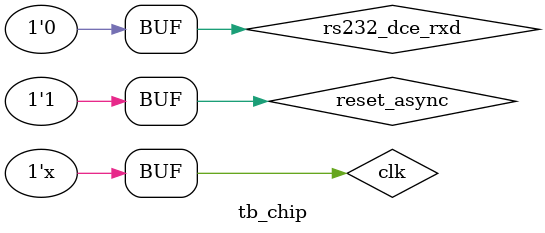
<source format=v>
`timescale 1ns / 1ps

`define tb_chip
module tb_chip;

	// Inputs
	reg clk = 1;
	reg reset_async = 0;
	reg rs232_dce_rxd = 0;

	// Outputs
	wire [3:0] led;
	wire rs232_dce_txd;

	// Instantiate the Unit Under Test (UUT)
	chip uut (
		.clk(clk), 
		.reset_async(reset_async),
		.led(led), 
		.rs232_dce_rxd(rs232_dce_rxd), 
		.rs232_dce_txd(rs232_dce_txd)
	);
	
	always #5 clk = ~clk;
	
	initial 
		# 555 reset_async = 1;
      
endmodule


</source>
